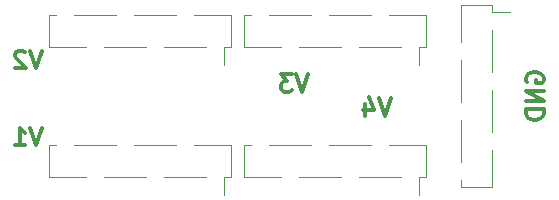
<source format=gbr>
%TF.GenerationSoftware,KiCad,Pcbnew,6.0.9+dfsg-1~bpo11+1*%
%TF.CreationDate,2022-11-11T14:52:19+01:00*%
%TF.ProjectId,014-base-power-board,3031342d-6261-4736-952d-706f7765722d,1*%
%TF.SameCoordinates,Original*%
%TF.FileFunction,Legend,Bot*%
%TF.FilePolarity,Positive*%
%FSLAX46Y46*%
G04 Gerber Fmt 4.6, Leading zero omitted, Abs format (unit mm)*
G04 Created by KiCad (PCBNEW 6.0.9+dfsg-1~bpo11+1) date 2022-11-11 14:52:19*
%MOMM*%
%LPD*%
G01*
G04 APERTURE LIST*
%ADD10C,0.300000*%
%ADD11C,0.120000*%
G04 APERTURE END LIST*
D10*
X181714285Y-90678571D02*
X181214285Y-92178571D01*
X180714285Y-90678571D01*
X179571428Y-91178571D02*
X179571428Y-92178571D01*
X179928571Y-90607142D02*
X180285714Y-91678571D01*
X179357142Y-91678571D01*
X174714285Y-88678571D02*
X174214285Y-90178571D01*
X173714285Y-88678571D01*
X173357142Y-88678571D02*
X172428571Y-88678571D01*
X172928571Y-89250000D01*
X172714285Y-89250000D01*
X172571428Y-89321428D01*
X172500000Y-89392857D01*
X172428571Y-89535714D01*
X172428571Y-89892857D01*
X172500000Y-90035714D01*
X172571428Y-90107142D01*
X172714285Y-90178571D01*
X173142857Y-90178571D01*
X173285714Y-90107142D01*
X173357142Y-90035714D01*
X152214285Y-86678571D02*
X151714285Y-88178571D01*
X151214285Y-86678571D01*
X150785714Y-86821428D02*
X150714285Y-86750000D01*
X150571428Y-86678571D01*
X150214285Y-86678571D01*
X150071428Y-86750000D01*
X150000000Y-86821428D01*
X149928571Y-86964285D01*
X149928571Y-87107142D01*
X150000000Y-87321428D01*
X150857142Y-88178571D01*
X149928571Y-88178571D01*
X152214285Y-93178571D02*
X151714285Y-94678571D01*
X151214285Y-93178571D01*
X149928571Y-94678571D02*
X150785714Y-94678571D01*
X150357142Y-94678571D02*
X150357142Y-93178571D01*
X150500000Y-93392857D01*
X150642857Y-93535714D01*
X150785714Y-93607142D01*
X193250000Y-89357142D02*
X193178571Y-89214285D01*
X193178571Y-89000000D01*
X193250000Y-88785714D01*
X193392857Y-88642857D01*
X193535714Y-88571428D01*
X193821428Y-88500000D01*
X194035714Y-88500000D01*
X194321428Y-88571428D01*
X194464285Y-88642857D01*
X194607142Y-88785714D01*
X194678571Y-89000000D01*
X194678571Y-89142857D01*
X194607142Y-89357142D01*
X194535714Y-89428571D01*
X194035714Y-89428571D01*
X194035714Y-89142857D01*
X194678571Y-90071428D02*
X193178571Y-90071428D01*
X194678571Y-90928571D01*
X193178571Y-90928571D01*
X194678571Y-91642857D02*
X193178571Y-91642857D01*
X193178571Y-92000000D01*
X193250000Y-92214285D01*
X193392857Y-92357142D01*
X193535714Y-92428571D01*
X193821428Y-92500000D01*
X194035714Y-92500000D01*
X194321428Y-92428571D01*
X194464285Y-92357142D01*
X194607142Y-92214285D01*
X194678571Y-92000000D01*
X194678571Y-91642857D01*
D11*
%TO.C,J10*%
X177510000Y-97330000D02*
X173950000Y-97330000D01*
X184680000Y-97330000D02*
X184110000Y-97330000D01*
X169320000Y-97330000D02*
X169320000Y-94670000D01*
X169890000Y-94670000D02*
X169320000Y-94670000D01*
X180050000Y-94670000D02*
X176490000Y-94670000D01*
X174970000Y-94670000D02*
X171410000Y-94670000D01*
X184680000Y-94670000D02*
X181570000Y-94670000D01*
X182590000Y-97330000D02*
X179030000Y-97330000D01*
X184680000Y-97330000D02*
X184680000Y-94670000D01*
X172430000Y-97330000D02*
X169320000Y-97330000D01*
X184110000Y-97330000D02*
X184110000Y-98850000D01*
%TO.C,J8*%
X177510000Y-86330000D02*
X173950000Y-86330000D01*
X184680000Y-86330000D02*
X184110000Y-86330000D01*
X169320000Y-86330000D02*
X169320000Y-83670000D01*
X169890000Y-83670000D02*
X169320000Y-83670000D01*
X180050000Y-83670000D02*
X176490000Y-83670000D01*
X174970000Y-83670000D02*
X171410000Y-83670000D01*
X184680000Y-83670000D02*
X181570000Y-83670000D01*
X182590000Y-86330000D02*
X179030000Y-86330000D01*
X184680000Y-86330000D02*
X184680000Y-83670000D01*
X172430000Y-86330000D02*
X169320000Y-86330000D01*
X184110000Y-86330000D02*
X184110000Y-87850000D01*
%TO.C,J6*%
X161010000Y-86330000D02*
X157450000Y-86330000D01*
X168180000Y-86330000D02*
X167610000Y-86330000D01*
X152820000Y-86330000D02*
X152820000Y-83670000D01*
X153390000Y-83670000D02*
X152820000Y-83670000D01*
X163550000Y-83670000D02*
X159990000Y-83670000D01*
X158470000Y-83670000D02*
X154910000Y-83670000D01*
X168180000Y-83670000D02*
X165070000Y-83670000D01*
X166090000Y-86330000D02*
X162530000Y-86330000D01*
X168180000Y-86330000D02*
X168180000Y-83670000D01*
X155930000Y-86330000D02*
X152820000Y-86330000D01*
X167610000Y-86330000D02*
X167610000Y-87850000D01*
%TO.C,J4*%
X161010000Y-97330000D02*
X157450000Y-97330000D01*
X168180000Y-97330000D02*
X167610000Y-97330000D01*
X152820000Y-97330000D02*
X152820000Y-94670000D01*
X153390000Y-94670000D02*
X152820000Y-94670000D01*
X163550000Y-94670000D02*
X159990000Y-94670000D01*
X158470000Y-94670000D02*
X154910000Y-94670000D01*
X168180000Y-94670000D02*
X165070000Y-94670000D01*
X166090000Y-97330000D02*
X162530000Y-97330000D01*
X168180000Y-97330000D02*
X168180000Y-94670000D01*
X155930000Y-97330000D02*
X152820000Y-97330000D01*
X167610000Y-97330000D02*
X167610000Y-98850000D01*
%TO.C,J2*%
X190330000Y-83390000D02*
X191850000Y-83390000D01*
X190330000Y-95070000D02*
X190330000Y-98180000D01*
X190330000Y-82820000D02*
X187670000Y-82820000D01*
X190330000Y-84910000D02*
X190330000Y-88470000D01*
X187670000Y-82820000D02*
X187670000Y-85930000D01*
X187670000Y-92530000D02*
X187670000Y-96090000D01*
X187670000Y-87450000D02*
X187670000Y-91010000D01*
X187670000Y-97610000D02*
X187670000Y-98180000D01*
X190330000Y-98180000D02*
X187670000Y-98180000D01*
X190330000Y-82820000D02*
X190330000Y-83390000D01*
X190330000Y-89990000D02*
X190330000Y-93550000D01*
%TD*%
M02*

</source>
